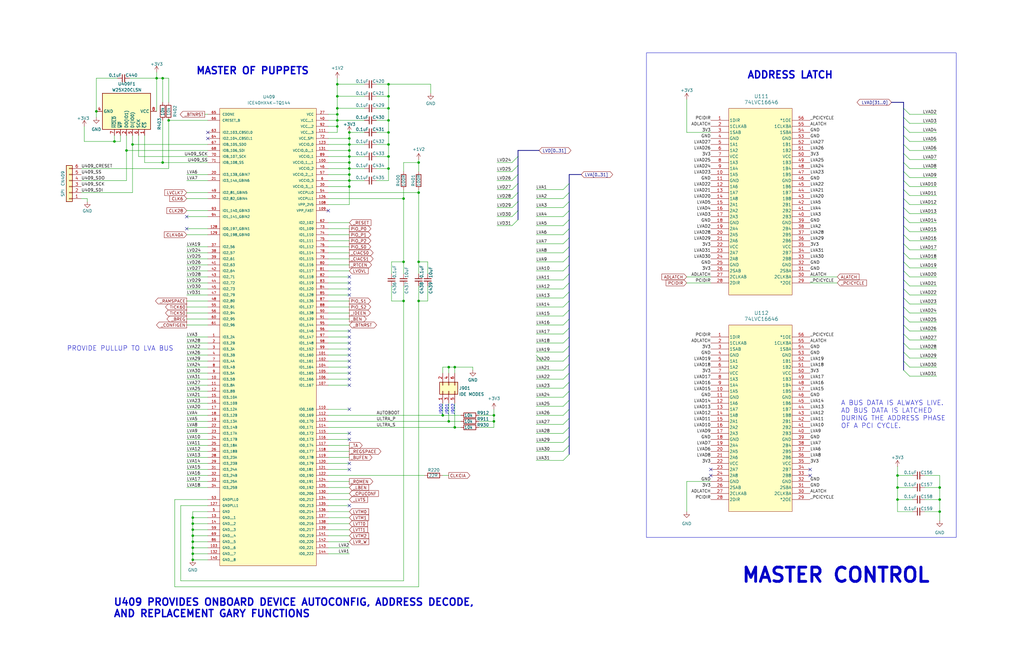
<source format=kicad_sch>
(kicad_sch (version 20231120) (generator "eeschema") (generator_version "8.0")
  (paper "B")
  (title_block (title "AMIGA PCI") (date "2024-07-03") (rev "4.0"))
  (junction (at 147.32 76.2))
  (junction (at 191.77 180.34))
  (junction (at 176.53 81.28))
  (junction (at 378.46 200.66))
  (junction (at 81.28 223.52))
  (junction (at 189.23 154.94))
  (junction (at 147.32 58.42))
  (junction (at 396.24 210.82))
  (junction (at 378.46 210.82))
  (junction (at 147.32 78.74))
  (junction (at 396.24 215.9))
  (junction (at 163.83 60.96))
  (junction (at 163.83 50.8))
  (junction (at 163.83 40.64))
  (junction (at 142.24 48.26))
  (junction (at 142.24 53.34))
  (junction (at 40.64 46.99))
  (junction (at 48.26 59.69))
  (junction (at 81.28 218.44))
  (junction (at 66.04 33.02))
  (junction (at 81.28 220.98))
  (junction (at 147.32 63.5))
  (junction (at 170.18 83.82))
  (junction (at 142.24 35.56))
  (junction (at 81.28 233.68))
  (junction (at 163.83 45.72))
  (junction (at 147.32 68.58))
  (junction (at 396.24 205.74))
  (junction (at 176.53 127))
  (junction (at 163.83 35.56))
  (junction (at 55.88 60.96))
  (junction (at 142.24 40.64))
  (junction (at 208.28 175.26))
  (junction (at 81.28 236.22))
  (junction (at 191.77 154.94))
  (junction (at 81.28 231.14))
  (junction (at 68.58 68.58))
  (junction (at 163.83 71.12))
  (junction (at 163.83 66.04))
  (junction (at 189.23 177.8))
  (junction (at 147.32 55.88))
  (junction (at 142.24 45.72))
  (junction (at 176.53 68.58))
  (junction (at 208.28 177.8))
  (junction (at 163.83 55.88))
  (junction (at 71.12 50.8))
  (junction (at 147.32 60.96))
  (junction (at 81.28 226.06))
  (junction (at 170.18 127))
  (junction (at 378.46 205.74))
  (junction (at 81.28 228.6))
  (junction (at 147.32 73.66))
  (junction (at 170.18 110.49))
  (junction (at 176.53 110.49))
  (junction (at 147.32 71.12))
  (junction (at 186.69 175.26))
  (junction (at 142.24 50.8))
  (junction (at 147.32 66.04))
  (junction (at 68.58 33.02))
  (junction (at 53.34 63.5))
  (no_connect (at 299.72 198.12))
  (no_connect (at 147.32 144.78))
  (no_connect (at 147.32 185.42))
  (no_connect (at 147.32 152.4))
  (no_connect (at 147.32 198.12))
  (no_connect (at 341.63 198.12))
  (no_connect (at 147.32 162.56))
  (no_connect (at 147.32 172.72))
  (no_connect (at 341.63 200.66))
  (no_connect (at 87.63 55.88))
  (no_connect (at 147.32 182.88))
  (no_connect (at 147.32 142.24))
  (no_connect (at 147.32 160.02))
  (no_connect (at 147.32 116.84))
  (no_connect (at 147.32 147.32))
  (no_connect (at 147.32 149.86))
  (no_connect (at 78.74 91.44))
  (no_connect (at 147.32 124.46))
  (no_connect (at 147.32 157.48))
  (no_connect (at 147.32 119.38))
  (no_connect (at 299.72 200.66))
  (no_connect (at 147.32 195.58))
  (no_connect (at 138.43 88.9))
  (no_connect (at 147.32 154.94))
  (no_connect (at 147.32 213.36))
  (no_connect (at 87.63 58.42))
  (no_connect (at 147.32 139.7))
  (no_connect (at 78.74 96.52))
  (no_connect (at 147.32 121.92))
  (bus_entry (at 383.57 93.98) (size -2.54 -2.54))
  (bus_entry (at 383.57 63.5) (size -2.54 -2.54))
  (bus_entry (at 237.49 163.83) (size 2.54 -2.54))
  (bus_entry (at 215.9 95.25) (size 2.54 -2.54))
  (bus_entry (at 237.49 80.01) (size 2.54 -2.54))
  (bus_entry (at 237.49 160.02) (size 2.54 -2.54))
  (bus_entry (at 383.57 82.55) (size -2.54 -2.54))
  (bus_entry (at 383.57 101.6) (size -2.54 -2.54))
  (bus_entry (at 215.9 83.82) (size 2.54 -2.54))
  (bus_entry (at 237.49 194.31) (size 2.54 -2.54))
  (bus_entry (at 215.9 87.63) (size 2.54 -2.54))
  (bus_entry (at 383.57 151.13) (size -2.54 -2.54))
  (bus_entry (at 237.49 133.35) (size 2.54 -2.54))
  (bus_entry (at 237.49 137.16) (size 2.54 -2.54))
  (bus_entry (at 237.49 99.06) (size 2.54 -2.54))
  (bus_entry (at 383.57 158.75) (size -2.54 -2.54))
  (bus_entry (at 383.57 78.74) (size -2.54 -2.54))
  (bus_entry (at 383.57 97.79) (size -2.54 -2.54))
  (bus_entry (at 237.49 182.88) (size 2.54 -2.54))
  (bus_entry (at 237.49 83.82) (size 2.54 -2.54))
  (bus_entry (at 237.49 95.25) (size 2.54 -2.54))
  (bus_entry (at 383.57 135.89) (size -2.54 -2.54))
  (bus_entry (at 383.57 55.88) (size -2.54 -2.54))
  (bus_entry (at 237.49 129.54) (size 2.54 -2.54))
  (bus_entry (at 237.49 148.59) (size 2.54 -2.54))
  (bus_entry (at 237.49 175.26) (size 2.54 -2.54))
  (bus_entry (at 383.57 139.7) (size -2.54 -2.54))
  (bus_entry (at 383.57 124.46) (size -2.54 -2.54))
  (bus_entry (at 237.49 87.63) (size 2.54 -2.54))
  (bus_entry (at 383.57 120.65) (size -2.54 -2.54))
  (bus_entry (at 237.49 118.11) (size 2.54 -2.54))
  (bus_entry (at 383.57 59.69) (size -2.54 -2.54))
  (bus_entry (at 383.57 71.12) (size -2.54 -2.54))
  (bus_entry (at 383.57 143.51) (size -2.54 -2.54))
  (bus_entry (at 215.9 68.58) (size 2.54 -2.54))
  (bus_entry (at 226.06 149.86) (size 2.54 2.54))
  (bus_entry (at 383.57 86.36) (size -2.54 -2.54))
  (bus_entry (at 237.49 121.92) (size 2.54 -2.54))
  (bus_entry (at 237.49 144.78) (size 2.54 -2.54))
  (bus_entry (at 383.57 154.94) (size -2.54 -2.54))
  (bus_entry (at 383.57 147.32) (size -2.54 -2.54))
  (bus_entry (at 237.49 190.5) (size 2.54 -2.54))
  (bus_entry (at 383.57 116.84) (size -2.54 -2.54))
  (bus_entry (at 215.9 91.44) (size 2.54 -2.54))
  (bus_entry (at 237.49 114.3) (size 2.54 -2.54))
  (bus_entry (at 215.9 76.2) (size 2.54 -2.54))
  (bus_entry (at 237.49 186.69) (size 2.54 -2.54))
  (bus_entry (at 383.57 52.07) (size -2.54 -2.54))
  (bus_entry (at 237.49 167.64) (size 2.54 -2.54))
  (bus_entry (at 237.49 110.49) (size 2.54 -2.54))
  (bus_entry (at 237.49 125.73) (size 2.54 -2.54))
  (bus_entry (at 237.49 102.87) (size 2.54 -2.54))
  (bus_entry (at 237.49 179.07) (size 2.54 -2.54))
  (bus_entry (at 383.57 128.27) (size -2.54 -2.54))
  (bus_entry (at 237.49 156.21) (size 2.54 -2.54))
  (bus_entry (at 237.49 140.97) (size 2.54 -2.54))
  (bus_entry (at 383.57 105.41) (size -2.54 -2.54))
  (bus_entry (at 237.49 171.45) (size 2.54 -2.54))
  (bus_entry (at 383.57 132.08) (size -2.54 -2.54))
  (bus_entry (at 237.49 106.68) (size 2.54 -2.54))
  (bus_entry (at 383.57 109.22) (size -2.54 -2.54))
  (bus_entry (at 383.57 67.31) (size -2.54 -2.54))
  (bus_entry (at 237.49 152.4) (size 2.54 -2.54))
  (bus_entry (at 383.57 113.03) (size -2.54 -2.54))
  (bus_entry (at 237.49 91.44) (size 2.54 -2.54))
  (bus_entry (at 383.57 74.93) (size -2.54 -2.54))
  (bus_entry (at 215.9 72.39) (size 2.54 -2.54))
  (bus_entry (at 383.57 48.26) (size -2.54 -2.54))
  (bus_entry (at 383.57 90.17) (size -2.54 -2.54))
  (bus_entry (at 215.9 80.01) (size 2.54 -2.54))
  (wire (pts (xy 147.32 144.78) (xy 138.43 144.78)))
  (bus (pts (xy 381.03 152.4) (xy 381.03 156.21)))
  (bus (pts (xy 240.03 107.95) (xy 240.03 111.76)))
  (wire (pts (xy 395 139.7) (xy 383.57 139.7)))
  (wire (pts (xy 299.72 55.88) (xy 289.56 55.88)))
  (bus (pts (xy 381.03 43.18) (xy 375.92 43.18)))
  (wire (pts (xy 58.42 66.04) (xy 58.42 57.15)))
  (wire (pts (xy 87.63 195.58) (xy 78.74 195.58)))
  (wire (pts (xy 78.74 200.66) (xy 87.63 200.66)))
  (wire (pts (xy 147.32 205.74) (xy 138.43 205.74)))
  (wire (pts (xy 209.55 95.25) (xy 215.9 95.25)))
  (wire (pts (xy 353.06 119.38) (xy 341.63 119.38)))
  (wire (pts (xy 395 128.27) (xy 383.57 128.27)))
  (wire (pts (xy 138.43 99.06) (xy 147.32 99.06)))
  (wire (pts (xy 289.56 203.2) (xy 289.56 215.9)))
  (bus (pts (xy 381.03 148.59) (xy 381.03 152.4)))
  (wire (pts (xy 189.23 157.48) (xy 189.23 154.94)))
  (wire (pts (xy 395 135.89) (xy 383.57 135.89)))
  (wire (pts (xy 147.32 195.58) (xy 138.43 195.58)))
  (wire (pts (xy 289.56 203.2) (xy 299.72 203.2)))
  (wire (pts (xy 71.12 43.18) (xy 71.12 33.02)))
  (wire (pts (xy 395 86.36) (xy 383.57 86.36)))
  (wire (pts (xy 138.43 71.12) (xy 147.32 71.12)))
  (wire (pts (xy 73.66 247.65) (xy 176.53 247.65)))
  (wire (pts (xy 87.63 83.82) (xy 78.74 83.82)))
  (wire (pts (xy 226.06 140.97) (xy 237.49 140.97)))
  (wire (pts (xy 34.29 83.82) (xy 36.83 83.82)))
  (wire (pts (xy 87.63 203.2) (xy 78.74 203.2)))
  (wire (pts (xy 138.43 73.66) (xy 147.32 73.66)))
  (wire (pts (xy 78.74 116.84) (xy 87.63 116.84)))
  (wire (pts (xy 78.74 111.76) (xy 87.63 111.76)))
  (wire (pts (xy 35.56 53.34) (xy 35.56 59.69)))
  (bus (pts (xy 240.03 96.52) (xy 240.03 100.33)))
  (bus (pts (xy 381.03 57.15) (xy 381.03 60.96)))
  (bus (pts (xy 381.03 118.11) (xy 381.03 121.92)))
  (wire (pts (xy 226.06 190.5) (xy 237.49 190.5)))
  (wire (pts (xy 186.69 157.48) (xy 186.69 154.94)))
  (bus (pts (xy 240.03 165.1) (xy 240.03 168.91)))
  (wire (pts (xy 87.63 88.9) (xy 78.74 88.9)))
  (wire (pts (xy 138.43 83.82) (xy 170.18 83.82)))
  (wire (pts (xy 78.74 109.22) (xy 87.63 109.22)))
  (wire (pts (xy 226.06 110.49) (xy 237.49 110.49)))
  (wire (pts (xy 147.32 182.88) (xy 138.43 182.88)))
  (bus (pts (xy 240.03 168.91) (xy 240.03 172.72)))
  (wire (pts (xy 142.24 45.72) (xy 142.24 48.26)))
  (wire (pts (xy 176.53 127) (xy 180.34 127)))
  (wire (pts (xy 73.66 210.82) (xy 87.63 210.82)))
  (wire (pts (xy 138.43 157.48) (xy 147.32 157.48)))
  (wire (pts (xy 226.06 175.26) (xy 237.49 175.26)))
  (wire (pts (xy 378.46 205.74) (xy 384.81 205.74)))
  (wire (pts (xy 81.28 218.44) (xy 81.28 220.98)))
  (wire (pts (xy 395 48.26) (xy 383.57 48.26)))
  (wire (pts (xy 87.63 177.8) (xy 78.74 177.8)))
  (wire (pts (xy 147.32 76.2) (xy 147.32 78.74)))
  (wire (pts (xy 138.43 152.4) (xy 147.32 152.4)))
  (wire (pts (xy 209.55 68.58) (xy 215.9 68.58)))
  (wire (pts (xy 48.26 59.69) (xy 50.8 59.69)))
  (wire (pts (xy 87.63 48.26) (xy 86.36 48.26)))
  (wire (pts (xy 395 120.65) (xy 383.57 120.65)))
  (wire (pts (xy 389.89 200.66) (xy 396.24 200.66)))
  (wire (pts (xy 81.28 218.44) (xy 87.63 218.44)))
  (wire (pts (xy 66.04 33.02) (xy 54.61 33.02)))
  (wire (pts (xy 68.58 33.02) (xy 66.04 33.02)))
  (wire (pts (xy 147.32 76.2) (xy 153.67 76.2)))
  (bus (pts (xy 381.03 125.73) (xy 381.03 129.54)))
  (wire (pts (xy 226.06 114.3) (xy 237.49 114.3)))
  (wire (pts (xy 395 105.41) (xy 383.57 105.41)))
  (wire (pts (xy 163.83 40.64) (xy 163.83 35.56)))
  (wire (pts (xy 158.75 60.96) (xy 163.83 60.96)))
  (bus (pts (xy 218.44 69.85) (xy 218.44 73.66)))
  (wire (pts (xy 289.56 41.91) (xy 289.56 55.88)))
  (wire (pts (xy 226.06 171.45) (xy 237.49 171.45)))
  (wire (pts (xy 226.06 83.82) (xy 237.49 83.82)))
  (wire (pts (xy 181.61 35.56) (xy 163.83 35.56)))
  (wire (pts (xy 87.63 167.64) (xy 78.74 167.64)))
  (wire (pts (xy 147.32 68.58) (xy 147.32 71.12)))
  (wire (pts (xy 209.55 91.44) (xy 215.9 91.44)))
  (wire (pts (xy 226.06 179.07) (xy 237.49 179.07)))
  (wire (pts (xy 81.28 215.9) (xy 81.28 218.44)))
  (wire (pts (xy 138.43 175.26) (xy 186.69 175.26)))
  (wire (pts (xy 87.63 76.2) (xy 78.74 76.2)))
  (wire (pts (xy 78.74 106.68) (xy 87.63 106.68)))
  (wire (pts (xy 138.43 223.52) (xy 147.32 223.52)))
  (wire (pts (xy 87.63 165.1) (xy 78.74 165.1)))
  (wire (pts (xy 147.32 55.88) (xy 153.67 55.88)))
  (wire (pts (xy 81.28 231.14) (xy 81.28 233.68)))
  (bus (pts (xy 381.03 76.2) (xy 381.03 80.01)))
  (bus (pts (xy 381.03 91.44) (xy 381.03 95.25)))
  (wire (pts (xy 191.77 170.18) (xy 191.77 180.34)))
  (wire (pts (xy 60.96 68.58) (xy 68.58 68.58)))
  (wire (pts (xy 71.12 71.12) (xy 71.12 50.8)))
  (wire (pts (xy 226.06 156.21) (xy 237.49 156.21)))
  (wire (pts (xy 163.83 45.72) (xy 163.83 40.64)))
  (wire (pts (xy 138.43 220.98) (xy 147.32 220.98)))
  (wire (pts (xy 165.1 120.65) (xy 165.1 127)))
  (wire (pts (xy 163.83 50.8) (xy 163.83 45.72)))
  (wire (pts (xy 189.23 154.94) (xy 191.77 154.94)))
  (bus (pts (xy 240.03 172.72) (xy 240.03 176.53)))
  (wire (pts (xy 138.43 160.02) (xy 147.32 160.02)))
  (bus (pts (xy 218.44 81.28) (xy 218.44 85.09)))
  (wire (pts (xy 138.43 154.94) (xy 147.32 154.94)))
  (bus (pts (xy 381.03 68.58) (xy 381.03 72.39)))
  (wire (pts (xy 226.06 148.59) (xy 237.49 148.59)))
  (wire (pts (xy 395 154.94) (xy 383.57 154.94)))
  (wire (pts (xy 138.43 66.04) (xy 147.32 66.04)))
  (wire (pts (xy 138.43 60.96) (xy 147.32 60.96)))
  (wire (pts (xy 226.06 91.44) (xy 237.49 91.44)))
  (bus (pts (xy 381.03 144.78) (xy 381.03 148.59)))
  (wire (pts (xy 87.63 193.04) (xy 78.74 193.04)))
  (wire (pts (xy 170.18 245.11) (xy 76.2 245.11)))
  (wire (pts (xy 226.06 167.64) (xy 237.49 167.64)))
  (wire (pts (xy 55.88 57.15) (xy 55.88 60.96)))
  (wire (pts (xy 138.43 124.46) (xy 147.32 124.46)))
  (wire (pts (xy 76.2 245.11) (xy 76.2 213.36)))
  (wire (pts (xy 147.32 63.5) (xy 147.32 66.04)))
  (wire (pts (xy 142.24 45.72) (xy 153.67 45.72)))
  (wire (pts (xy 165.1 127) (xy 170.18 127)))
  (wire (pts (xy 138.43 78.74) (xy 147.32 78.74)))
  (wire (pts (xy 138.43 177.8) (xy 189.23 177.8)))
  (wire (pts (xy 147.32 147.32) (xy 138.43 147.32)))
  (wire (pts (xy 170.18 120.65) (xy 170.18 127)))
  (bus (pts (xy 381.03 72.39) (xy 381.03 76.2)))
  (wire (pts (xy 147.32 86.36) (xy 138.43 86.36)))
  (wire (pts (xy 395 124.46) (xy 383.57 124.46)))
  (wire (pts (xy 189.23 177.8) (xy 194.31 177.8)))
  (wire (pts (xy 48.26 57.15) (xy 48.26 59.69)))
  (wire (pts (xy 378.46 200.66) (xy 384.81 200.66)))
  (wire (pts (xy 396.24 200.66) (xy 396.24 205.74)))
  (wire (pts (xy 179.07 200.66) (xy 138.43 200.66)))
  (wire (pts (xy 71.12 33.02) (xy 68.58 33.02)))
  (wire (pts (xy 81.28 223.52) (xy 87.63 223.52)))
  (wire (pts (xy 395 97.79) (xy 383.57 97.79)))
  (wire (pts (xy 36.83 83.82) (xy 36.83 85.09)))
  (wire (pts (xy 87.63 127) (xy 78.74 127)))
  (bus (pts (xy 381.03 106.68) (xy 381.03 110.49)))
  (wire (pts (xy 81.28 236.22) (xy 87.63 236.22)))
  (wire (pts (xy 66.04 46.99) (xy 66.04 33.02)))
  (wire (pts (xy 396.24 205.74) (xy 396.24 210.82)))
  (wire (pts (xy 40.64 33.02) (xy 49.53 33.02)))
  (wire (pts (xy 378.46 210.82) (xy 384.81 210.82)))
  (wire (pts (xy 208.28 172.72) (xy 208.28 175.26)))
  (wire (pts (xy 138.43 215.9) (xy 147.32 215.9)))
  (wire (pts (xy 87.63 81.28) (xy 78.74 81.28)))
  (wire (pts (xy 138.43 93.98) (xy 147.32 93.98)))
  (bus (pts (xy 240.03 119.38) (xy 240.03 123.19)))
  (bus (pts (xy 240.03 73.66) (xy 245.11 73.66)))
  (wire (pts (xy 226.06 194.31) (xy 237.49 194.31)))
  (wire (pts (xy 87.63 175.26) (xy 78.74 175.26)))
  (wire (pts (xy 147.32 208.28) (xy 138.43 208.28)))
  (wire (pts (xy 53.34 76.2) (xy 34.29 76.2)))
  (bus (pts (xy 240.03 149.86) (xy 240.03 153.67)))
  (wire (pts (xy 289.56 119.38) (xy 299.72 119.38)))
  (wire (pts (xy 138.43 185.42) (xy 147.32 185.42)))
  (wire (pts (xy 158.75 71.12) (xy 163.83 71.12)))
  (wire (pts (xy 87.63 137.16) (xy 78.74 137.16)))
  (wire (pts (xy 395 113.03) (xy 383.57 113.03)))
  (wire (pts (xy 78.74 160.02) (xy 87.63 160.02)))
  (wire (pts (xy 78.74 149.86) (xy 87.63 149.86)))
  (wire (pts (xy 170.18 68.58) (xy 176.53 68.58)))
  (wire (pts (xy 81.28 220.98) (xy 81.28 223.52)))
  (wire (pts (xy 147.32 187.96) (xy 138.43 187.96)))
  (wire (pts (xy 138.43 137.16) (xy 147.32 137.16)))
  (wire (pts (xy 138.43 101.6) (xy 147.32 101.6)))
  (wire (pts (xy 138.43 218.44) (xy 147.32 218.44)))
  (bus (pts (xy 381.03 87.63) (xy 381.03 91.44)))
  (wire (pts (xy 395 101.6) (xy 383.57 101.6)))
  (wire (pts (xy 81.28 233.68) (xy 81.28 236.22)))
  (bus (pts (xy 381.03 114.3) (xy 381.03 118.11)))
  (wire (pts (xy 147.32 60.96) (xy 153.67 60.96)))
  (wire (pts (xy 142.24 40.64) (xy 142.24 45.72)))
  (wire (pts (xy 226.06 87.63) (xy 237.49 87.63)))
  (wire (pts (xy 208.28 177.8) (xy 208.28 175.26)))
  (bus (pts (xy 381.03 80.01) (xy 381.03 83.82)))
  (wire (pts (xy 87.63 172.72) (xy 78.74 172.72)))
  (wire (pts (xy 201.93 177.8) (xy 208.28 177.8)))
  (wire (pts (xy 226.06 121.92) (xy 237.49 121.92)))
  (bus (pts (xy 240.03 176.53) (xy 240.03 180.34)))
  (wire (pts (xy 158.75 55.88) (xy 163.83 55.88)))
  (wire (pts (xy 138.43 228.6) (xy 147.32 228.6)))
  (wire (pts (xy 170.18 127) (xy 170.18 245.11)))
  (wire (pts (xy 55.88 81.28) (xy 55.88 60.96)))
  (wire (pts (xy 138.43 104.14) (xy 147.32 104.14)))
  (wire (pts (xy 176.53 247.65) (xy 176.53 127)))
  (wire (pts (xy 138.43 226.06) (xy 147.32 226.06)))
  (wire (pts (xy 87.63 124.46) (xy 78.74 124.46)))
  (wire (pts (xy 147.32 66.04) (xy 153.67 66.04)))
  (wire (pts (xy 147.32 193.04) (xy 138.43 193.04)))
  (wire (pts (xy 395 78.74) (xy 383.57 78.74)))
  (wire (pts (xy 147.32 73.66) (xy 147.32 76.2)))
  (bus (pts (xy 381.03 45.72) (xy 381.03 49.53)))
  (wire (pts (xy 226.06 95.25) (xy 237.49 95.25)))
  (wire (pts (xy 78.74 152.4) (xy 87.63 152.4)))
  (wire (pts (xy 138.43 106.68) (xy 147.32 106.68)))
  (wire (pts (xy 87.63 96.52) (xy 78.74 96.52)))
  (wire (pts (xy 138.43 114.3) (xy 147.32 114.3)))
  (wire (pts (xy 73.66 210.82) (xy 73.66 247.65)))
  (wire (pts (xy 78.74 187.96) (xy 87.63 187.96)))
  (wire (pts (xy 378.46 205.74) (xy 378.46 210.82)))
  (wire (pts (xy 68.58 50.8) (xy 68.58 68.58)))
  (wire (pts (xy 138.43 53.34) (xy 142.24 53.34)))
  (wire (pts (xy 395 158.75) (xy 383.57 158.75)))
  (bus (pts (xy 240.03 111.76) (xy 240.03 115.57)))
  (wire (pts (xy 78.74 114.3) (xy 87.63 114.3)))
  (bus (pts (xy 381.03 53.34) (xy 381.03 57.15)))
  (wire (pts (xy 40.64 49.53) (xy 40.64 46.99)))
  (wire (pts (xy 191.77 154.94) (xy 191.77 157.48)))
  (bus (pts (xy 240.03 88.9) (xy 240.03 92.71)))
  (wire (pts (xy 226.06 182.88) (xy 237.49 182.88)))
  (bus (pts (xy 218.44 85.09) (xy 218.44 88.9)))
  (wire (pts (xy 396.24 215.9) (xy 396.24 219.71)))
  (wire (pts (xy 142.24 50.8) (xy 142.24 53.34)))
  (wire (pts (xy 138.43 48.26) (xy 142.24 48.26)))
  (wire (pts (xy 226.06 144.78) (xy 237.49 144.78)))
  (bus (pts (xy 240.03 146.05) (xy 240.03 149.86)))
  (bus (pts (xy 240.03 104.14) (xy 240.03 107.95)))
  (wire (pts (xy 226.06 133.35) (xy 237.49 133.35)))
  (wire (pts (xy 87.63 190.5) (xy 78.74 190.5)))
  (wire (pts (xy 81.28 220.98) (xy 87.63 220.98)))
  (wire (pts (xy 395 151.13) (xy 383.57 151.13)))
  (bus (pts (xy 240.03 100.33) (xy 240.03 104.14)))
  (wire (pts (xy 87.63 91.44) (xy 78.74 91.44)))
  (bus (pts (xy 381.03 137.16) (xy 381.03 140.97)))
  (bus (pts (xy 381.03 110.49) (xy 381.03 114.3)))
  (wire (pts (xy 191.77 154.94) (xy 199.39 154.94)))
  (bus (pts (xy 240.03 130.81) (xy 240.03 134.62)))
  (wire (pts (xy 199.39 154.94) (xy 199.39 156.21)))
  (wire (pts (xy 384.81 215.9) (xy 378.46 215.9)))
  (wire (pts (xy 226.06 99.06) (xy 237.49 99.06)))
  (wire (pts (xy 163.83 35.56) (xy 158.75 35.56)))
  (wire (pts (xy 395 147.32) (xy 383.57 147.32)))
  (wire (pts (xy 87.63 73.66) (xy 78.74 73.66)))
  (wire (pts (xy 226.06 118.11) (xy 237.49 118.11)))
  (wire (pts (xy 226.06 102.87) (xy 237.49 102.87)))
  (wire (pts (xy 142.24 35.56) (xy 153.67 35.56)))
  (wire (pts (xy 396.24 210.82) (xy 396.24 215.9)))
  (bus (pts (xy 381.03 129.54) (xy 381.03 133.35)))
  (wire (pts (xy 138.43 180.34) (xy 191.77 180.34)))
  (wire (pts (xy 34.29 81.28) (xy 55.88 81.28)))
  (bus (pts (xy 218.44 73.66) (xy 218.44 77.47)))
  (wire (pts (xy 378.46 200.66) (xy 378.46 205.74)))
  (wire (pts (xy 147.32 190.5) (xy 138.43 190.5)))
  (wire (pts (xy 87.63 185.42) (xy 78.74 185.42)))
  (wire (pts (xy 138.43 127) (xy 147.32 127)))
  (wire (pts (xy 138.43 68.58) (xy 147.32 68.58)))
  (wire (pts (xy 147.32 55.88) (xy 147.32 58.42)))
  (wire (pts (xy 71.12 50.8) (xy 87.63 50.8)))
  (bus (pts (xy 240.03 157.48) (xy 240.03 161.29)))
  (wire (pts (xy 163.83 55.88) (xy 163.83 60.96)))
  (wire (pts (xy 176.53 81.28) (xy 176.53 110.49)))
  (bus (pts (xy 240.03 184.15) (xy 240.03 187.96)))
  (bus (pts (xy 240.03 161.29) (xy 240.03 165.1)))
  (wire (pts (xy 395 55.88) (xy 383.57 55.88)))
  (wire (pts (xy 147.32 78.74) (xy 147.32 86.36)))
  (wire (pts (xy 142.24 35.56) (xy 142.24 40.64)))
  (wire (pts (xy 226.06 160.02) (xy 237.49 160.02)))
  (wire (pts (xy 138.43 213.36) (xy 147.32 213.36)))
  (wire (pts (xy 81.28 223.52) (xy 81.28 226.06)))
  (wire (pts (xy 147.32 142.24) (xy 138.43 142.24)))
  (wire (pts (xy 87.63 147.32) (xy 78.74 147.32)))
  (wire (pts (xy 226.06 186.69) (xy 237.49 186.69)))
  (wire (pts (xy 176.53 110.49) (xy 180.34 110.49)))
  (bus (pts (xy 240.03 134.62) (xy 240.03 138.43)))
  (wire (pts (xy 81.28 226.06) (xy 87.63 226.06)))
  (wire (pts (xy 138.43 172.72) (xy 147.32 172.72)))
  (wire (pts (xy 395 74.93) (xy 383.57 74.93)))
  (wire (pts (xy 170.18 115.57) (xy 170.18 110.49)))
  (bus (pts (xy 218.44 63.5) (xy 227.33 63.5)))
  (wire (pts (xy 170.18 80.01) (xy 170.18 83.82)))
  (wire (pts (xy 78.74 121.92) (xy 87.63 121.92)))
  (wire (pts (xy 138.43 76.2) (xy 147.32 76.2)))
  (wire (pts (xy 186.69 170.18) (xy 186.69 175.26)))
  (bus (pts (xy 381.03 99.06) (xy 381.03 102.87)))
  (bus (pts (xy 240.03 77.47) (xy 240.03 81.28)))
  (wire (pts (xy 201.93 175.26) (xy 208.28 175.26)))
  (wire (pts (xy 87.63 129.54) (xy 78.74 129.54)))
  (wire (pts (xy 201.93 180.34) (xy 208.28 180.34)))
  (bus (pts (xy 240.03 123.19) (xy 240.03 127)))
  (wire (pts (xy 395 143.51) (xy 383.57 143.51)))
  (wire (pts (xy 138.43 111.76) (xy 147.32 111.76)))
  (wire (pts (xy 78.74 119.38) (xy 87.63 119.38)))
  (wire (pts (xy 81.28 228.6) (xy 87.63 228.6)))
  (wire (pts (xy 395 93.98) (xy 383.57 93.98)))
  (wire (pts (xy 226.06 106.68) (xy 237.49 106.68)))
  (bus (pts (xy 218.44 66.04) (xy 218.44 63.5)))
  (wire (pts (xy 209.55 83.82) (xy 215.9 83.82)))
  (wire (pts (xy 176.53 127) (xy 176.53 120.65)))
  (wire (pts (xy 226.06 129.54) (xy 237.49 129.54)))
  (wire (pts (xy 209.55 87.63) (xy 215.9 87.63)))
  (bus (pts (xy 240.03 138.43) (xy 240.03 142.24)))
  (wire (pts (xy 81.28 228.6) (xy 81.28 231.14)))
  (wire (pts (xy 87.63 154.94) (xy 78.74 154.94)))
  (wire (pts (xy 66.04 33.02) (xy 66.04 30.48)))
  (wire (pts (xy 78.74 180.34) (xy 87.63 180.34)))
  (bus (pts (xy 240.03 73.66) (xy 240.03 77.47)))
  (bus (pts (xy 381.03 83.82) (xy 381.03 87.63)))
  (wire (pts (xy 78.74 142.24) (xy 87.63 142.24)))
  (wire (pts (xy 50.8 57.15) (xy 50.8 59.69)))
  (wire (pts (xy 53.34 63.5) (xy 53.34 76.2)))
  (bus (pts (xy 381.03 133.35) (xy 381.03 137.16)))
  (wire (pts (xy 170.18 83.82) (xy 170.18 110.49)))
  (bus (pts (xy 240.03 81.28) (xy 240.03 85.09)))
  (bus (pts (xy 381.03 140.97) (xy 381.03 144.78)))
  (wire (pts (xy 147.32 233.68) (xy 138.43 233.68)))
  (bus (pts (xy 240.03 142.24) (xy 240.03 146.05)))
  (wire (pts (xy 142.24 53.34) (xy 142.24 55.88)))
  (wire (pts (xy 165.1 110.49) (xy 170.18 110.49)))
  (bus (pts (xy 240.03 153.67) (xy 240.03 157.48)))
  (wire (pts (xy 395 116.84) (xy 383.57 116.84)))
  (wire (pts (xy 209.55 80.01) (xy 215.9 80.01)))
  (wire (pts (xy 341.63 116.84) (xy 353.06 116.84)))
  (wire (pts (xy 170.18 72.39) (xy 170.18 68.58)))
  (wire (pts (xy 147.32 132.08) (xy 138.43 132.08)))
  (wire (pts (xy 138.43 121.92) (xy 147.32 121.92)))
  (bus (pts (xy 240.03 127) (xy 240.03 130.81)))
  (bus (pts (xy 381.03 95.25) (xy 381.03 99.06)))
  (wire (pts (xy 58.42 66.04) (xy 87.63 66.04)))
  (wire (pts (xy 186.69 175.26) (xy 194.31 175.26)))
  (wire (pts (xy 142.24 40.64) (xy 153.67 40.64)))
  (wire (pts (xy 147.32 139.7) (xy 138.43 139.7)))
  (bus (pts (xy 240.03 115.57) (xy 240.03 119.38)))
  (wire (pts (xy 163.83 55.88) (xy 163.83 50.8)))
  (wire (pts (xy 87.63 134.62) (xy 78.74 134.62)))
  (wire (pts (xy 142.24 33.02) (xy 142.24 35.56)))
  (bus (pts (xy 381.03 64.77) (xy 381.03 68.58)))
  (wire (pts (xy 53.34 57.15) (xy 53.34 63.5)))
  (wire (pts (xy 395 52.07) (xy 383.57 52.07)))
  (wire (pts (xy 76.2 213.36) (xy 87.63 213.36)))
  (bus (pts (xy 381.03 49.53) (xy 381.03 53.34)))
  (wire (pts (xy 138.43 129.54) (xy 147.32 129.54)))
  (wire (pts (xy 226.06 152.4) (xy 228.6 152.4)))
  (wire (pts (xy 87.63 132.08) (xy 78.74 132.08)))
  (wire (pts (xy 87.63 198.12) (xy 78.74 198.12)))
  (wire (pts (xy 158.75 76.2) (xy 163.83 76.2)))
  (wire (pts (xy 158.75 66.04) (xy 163.83 66.04)))
  (wire (pts (xy 226.06 80.01) (xy 237.49 80.01)))
  (wire (pts (xy 34.29 71.12) (xy 71.12 71.12)))
  (wire (pts (xy 189.23 170.18) (xy 189.23 177.8)))
  (wire (pts (xy 186.69 200.66) (xy 189.23 200.66)))
  (wire (pts (xy 395 90.17) (xy 383.57 90.17)))
  (wire (pts (xy 395 71.12) (xy 383.57 71.12)))
  (wire (pts (xy 138.43 55.88) (xy 142.24 55.88)))
  (bus (pts (xy 240.03 85.09) (xy 240.03 88.9)))
  (wire (pts (xy 35.56 59.69) (xy 48.26 59.69)))
  (wire (pts (xy 138.43 134.62) (xy 147.32 134.62)))
  (wire (pts (xy 138.43 119.38) (xy 147.32 119.38)))
  (wire (pts (xy 147.32 66.04) (xy 147.32 68.58)))
  (wire (pts (xy 78.74 157.48) (xy 87.63 157.48)))
  (wire (pts (xy 395 82.55) (xy 383.57 82.55)))
  (wire (pts (xy 226.06 125.73) (xy 237.49 125.73)))
  (wire (pts (xy 163.83 71.12) (xy 163.83 76.2)))
  (bus (pts (xy 381.03 60.96) (xy 381.03 64.77)))
  (wire (pts (xy 138.43 58.42) (xy 147.32 58.42)))
  (wire (pts (xy 180.34 110.49) (xy 180.34 115.57)))
  (wire (pts (xy 147.32 71.12) (xy 153.67 71.12)))
  (wire (pts (xy 81.28 215.9) (xy 87.63 215.9)))
  (bus (pts (xy 240.03 180.34) (xy 240.03 184.15)))
  (wire (pts (xy 209.55 72.39) (xy 215.9 72.39)))
  (wire (pts (xy 395 63.5) (xy 383.57 63.5)))
  (wire (pts (xy 147.32 58.42) (xy 147.32 60.96)))
  (wire (pts (xy 138.43 231.14) (xy 147.32 231.14)))
  (wire (pts (xy 378.46 196.85) (xy 378.46 200.66)))
  (wire (pts (xy 389.89 215.9) (xy 396.24 215.9)))
  (wire (pts (xy 163.83 60.96) (xy 163.83 66.04)))
  (wire (pts (xy 142.24 50.8) (xy 153.67 50.8)))
  (wire (pts (xy 389.89 210.82) (xy 396.24 210.82)))
  (wire (pts (xy 147.32 149.86) (xy 138.43 149.86)))
  (wire (pts (xy 147.32 198.12) (xy 138.43 198.12)))
  (wire (pts (xy 138.43 162.56) (xy 147.32 162.56)))
  (wire (pts (xy 147.32 60.96) (xy 147.32 63.5)))
  (wire (pts (xy 395 109.22) (xy 383.57 109.22)))
  (wire (pts (xy 208.28 180.34) (xy 208.28 177.8)))
  (wire (pts (xy 78.74 162.56) (xy 87.63 162.56)))
  (wire (pts (xy 228.6 152.4) (xy 237.49 152.4)))
  (bus (pts (xy 381.03 121.92) (xy 381.03 125.73)))
  (wire (pts (xy 209.55 76.2) (xy 215.9 76.2)))
  (wire (pts (xy 378.46 210.82) (xy 378.46 215.9)))
  (wire (pts (xy 142.24 48.26) (xy 142.24 50.8)))
  (wire (pts (xy 87.63 99.06) (xy 78.74 99.06)))
  (wire (pts (xy 176.53 115.57) (xy 176.53 110.49)))
  (wire (pts (xy 395 67.31) (xy 383.57 67.31)))
  (wire (pts (xy 165.1 115.57) (xy 165.1 110.49)))
  (wire (pts (xy 138.43 50.8) (xy 142.24 50.8)))
  (wire (pts (xy 81.28 231.14) (xy 87.63 231.14)))
  (wire (pts (xy 176.53 68.58) (xy 176.53 72.39)))
  (wire (pts (xy 53.34 63.5) (xy 87.63 63.5)))
  (wire (pts (xy 87.63 182.88) (xy 78.74 182.88)))
  (bus (pts (xy 381.03 43.18) (xy 381.03 45.72)))
  (wire (pts (xy 147.32 203.2) (xy 138.43 203.2)))
  (wire (pts (xy 180.34 127) (xy 180.34 120.65)))
  (wire (pts (xy 40.64 46.99) (xy 40.64 33.02)))
  (wire (pts (xy 181.61 35.56) (xy 181.61 39.37)))
  (wire (pts (xy 158.75 50.8) (xy 163.83 50.8)))
  (wire (pts (xy 138.43 109.22) (xy 147.32 109.22)))
  (wire (pts (xy 147.32 71.12) (xy 147.32 73.66)))
  (wire (pts (xy 138.43 63.5) (xy 147.32 63.5)))
  (wire (pts (xy 78.74 104.14) (xy 87.63 104.14)))
  (wire (pts (xy 176.53 80.01) (xy 176.53 81.28)))
  (wire (pts (xy 226.06 137.16) (xy 237.49 137.16)))
  (wire (pts (xy 138.43 210.82) (xy 147.32 210.82)))
  (wire (pts (xy 68.58 33.02) (xy 68.58 43.18)))
  (wire (pts (xy 176.53 67.31) (xy 176.53 68.58)))
  (wire (pts (xy 138.43 96.52) (xy 147.32 96.52)))
  (wire (pts (xy 81.28 233.68) (xy 87.63 233.68)))
  (wire (pts (xy 158.75 40.64) (xy 163.83 40.64)))
  (wire (pts (xy 186.69 154.94) (xy 189.23 154.94)))
  (bus (pts (xy 218.44 88.9) (xy 218.44 92.71)))
  (wire (pts (xy 163.83 66.04) (xy 163.83 71.12)))
  (wire (pts (xy 289.56 116.84) (xy 299.72 116.84)))
  (wire (pts (xy 78.74 205.74) (xy 87.63 205.74)))
  (wire (pts (xy 81.28 226.06) (xy 81.28 228.6)))
  (bus (pts (xy 218.44 66.04) (xy 218.44 69.85)))
  (bus (pts (xy 240.03 187.96) (xy 240.03 191.77)))
  (wire (pts (xy 138.43 81.28) (xy 176.53 81.28)))
  (bus (pts (xy 218.44 77.47) (xy 218.44 81.28)))
  (wire (pts (xy 60.96 68.58) (xy 60.96 57.15)))
  (bus (pts (xy 240.03 92.71) (xy 240.03 96.52)))
  (wire (pts (xy 138.43 116.84) (xy 147.32 116.84)))
  (wire (pts (xy 55.88 60.96) (xy 87.63 60.96)))
  (wire (pts (xy 395 132.08) (xy 383.57 132.08)))
  (wire (pts (xy 68.58 68.58) (xy 87.63 68.58)))
  (bus (pts (xy 381.03 102.87) (xy 381.03 106.68)))
  (wire (pts (xy 191.77 180.34) (xy 194.31 180.34)))
  (wire (pts (xy 87.63 170.18) (xy 78.74 170.18)))
  (wire (pts (xy 78.74 144.78) (xy 87.63 144.78)))
  (wire (pts (xy 395 59.69) (xy 383.57 59.69)))
  (wire (pts (xy 226.06 163.83) (xy 237.49 163.83)))
  (wire (pts (xy 389.89 205.74) (xy 396.24 205.74)))
  (wire (pts (xy 158.75 45.72) (xy 163.83 45.72)))
  (rectangle (start 272.6 22.3) (end 403.2 226.8))
  (text "MASTER OF PUPPETS" (at 82.55 31.75 0) (effects (font (size 3 3) (thickness 0.6) (bold yes)) (justify left bottom)))
  (text "MASTER CONTROL" (at 312.42 246.38 0) (effects (font (size 6 6) (thickness 1.2) (bold yes)) (justify left bottom)))
  (text "J902" (at 191.77 175.26 90) (effects (font (size 1.27 1.27)) (justify left bottom)))
  (text "J900" (at 186.69 175.26 90) (effects (font (size 1.27 1.27)) (justify left bottom)))
  (text "A BUS DATA IS ALWAYS LIVE.\nAD BUS DATA IS LATCHED\nDURING THE ADDRESS PHASE \nOF A PCI CYCLE." (at 354.584 175.006 0) (effects (font (size 2 2)) (justify left)))
  (text "ADDRESS LATCH" (at 314.96 33.528 0) (effects (font (size 3 3) (thickness 0.6) (bold yes)) (justify left bottom)))
  (text "J901" (at 189.23 175.26 90) (effects (font (size 1.27 1.27)) (justify left bottom)))
  (text "U409 PROVIDES ONBOARD DEVICE AUTOCONFIG, ADDRESS DECODE,\nAND REPLACEMENT GARY FUNCTIONS" (at 47.752 260.858 0) (effects (font (size 3 3) (thickness 0.6) (bold yes)) (justify left bottom)))
  (text "PROVIDE PULLUP TO LVA BUS" (at 28.194 148.336 0) (effects (font (size 2 2)) (justify left bottom)))
  (label "ADLATCH" (at 299.72 116.84 180))
  (label "_PCICYCLE" (at 341.63 50.8 0))
  (label "LVA25" (at 341.63 68.58 0))
  (label "LVAD8" (at 395 71.12 180))
  (label "LVA30" (at 78.74 157.48 0))
  (label "LVA20" (at 341.63 83.82 0))
  (label "LVAD25" (at 299.72 68.58 180))
  (label "LVA3" (at 78.74 142.24 0))
  (label "LVA27" (at 78.74 162.56 0))
  (label "LVA14" (at 78.74 195.58 0))
  (label "ALATCH" (at 341.63 208.28 0))
  (label "3V3" (at 299.72 55.88 180))
  (label "LVAD11" (at 299.72 177.8 180))
  (label "3V3" (at 299.72 157.48 180))
  (label "LVD31" (at 78.74 124.46 0))
  (label "LVAD30" (at 299.72 109.22 180))
  (label "LVA22" (at 78.74 147.32 0))
  (label "LVD26" (at 78.74 111.76 0))
  (label "PCIDIR" (at 299.72 119.38 180))
  (label "LVA26" (at 78.74 149.86 0))
  (label "U409_SS" (at 34.29 73.66 0))
  (label "LVA19" (at 226.06 148.59 0))
  (label "LVA27" (at 341.63 60.96 0))
  (label "LVA16" (at 78.74 200.66 0))
  (label "LVA18" (at 226.06 144.78 0))
  (label "LVA14" (at 341.63 170.18 0))
  (label "LVA27" (at 226.06 179.07 0))
  (label "U409_SDO" (at 34.29 76.2 0))
  (label "LVA4" (at 78.74 175.26 0))
  (label "LVA14" (at 226.06 129.54 0))
  (label "LVA3" (at 226.06 87.63 0))
  (label "LVA22" (at 226.06 160.02 0))
  (label "LVD31" (at 209.55 95.25 0))
  (label "LVA29" (at 226.06 186.69 0))
  (label "LVAD27" (at 395 143.51 180))
  (label "LVA9" (at 226.06 110.49 0))
  (label "LVA24" (at 78.74 154.94 0))
  (label "LVA11" (at 226.06 118.11 0))
  (label "LVAD26" (at 395 139.7 180))
  (label "LVAD8" (at 299.72 193.04 180))
  (label "GND" (at 299.72 149.86 180))
  (label "PCIDIR" (at 299.72 50.8 180))
  (label "_PCICYCLE" (at 341.63 119.38 0))
  (label "GND" (at 341.63 114.3 0))
  (label "LVAD29" (at 299.72 101.6 180))
  (label "LVA10" (at 78.74 185.42 0))
  (label "LVA30" (at 226.06 190.5 0))
  (label "ALATCH" (at 341.63 116.84 0))
  (label "LVA7" (at 226.06 102.87 0))
  (label "LVA13" (at 78.74 193.04 0))
  (label "LVAD6" (at 299.72 190.5 180))
  (label "LVA23" (at 341.63 73.66 0))
  (label "LVD25" (at 209.55 72.39 0))
  (label "LVAD5" (at 395 59.69 180))
  (label "GND" (at 299.72 167.64 180))
  (label "ADLATCH" (at 299.72 53.34 180))
  (label "LVA23" (at 226.06 163.83 0))
  (label "LVAD23" (at 299.72 73.66 180))
  (label "LVA29" (at 341.63 101.6 0))
  (label "LVA25" (at 78.74 165.1 0))
  (label "LVD24" (at 78.74 106.68 0))
  (label "LVAD12" (at 395 86.36 180))
  (label "LVAD4" (at 299.72 88.9 180))
  (label "LVA15" (at 226.06 133.35 0))
  (label "AUTOBOOT" (at 158.75 175.26 0))
  (label "LVAD19" (at 395 113.03 180))
  (label "LVA20" (at 226.06 152.4 0))
  (label "LVAD20" (at 299.72 83.82 180))
  (label "LVA8" (at 226.06 106.68 0))
  (label "LVA21" (at 226.06 156.21 0))
  (label "LVA24" (at 226.06 167.64 0))
  (label "LVA12" (at 226.06 121.92 0))
  (label "GND" (at 341.63 93.98 0))
  (label "LVA1" (at 147.32 233.68 180))
  (label "LVA12" (at 341.63 175.26 0))
  (label "LVA5" (at 78.74 177.8 0))
  (label "_PCICYCLE" (at 341.63 142.24 0))
  (label "LVAD14" (at 299.72 170.18 180))
  (label "LVA13" (at 341.63 172.72 0))
  (label "3V3" (at 341.63 66.04 0))
  (label "LVA9" (at 78.74 182.88 0))
  (label "LVAD27" (at 299.72 60.96 180))
  (label "GND" (at 299.72 203.2 180))
  (label "LVAD16" (at 299.72 162.56 180))
  (label "LVAD2" (at 395 48.26 180))
  (label "LVA21" (at 78.74 167.64 0))
  (label "U409_SCK" (at 87.63 66.04 180))
  (label "LVA4" (at 226.06 91.44 0))
  (label "LVA28" (at 341.63 99.06 0))
  (label "LVA2" (at 341.63 96.52 0))
  (label "LVAD29" (at 395 151.13 180))
  (label "LVAD3" (at 395 52.07 180))
  (label "LVAD7" (at 299.72 187.96 180))
  (label "LVD26" (at 209.55 76.2 0))
  (label "LVAD25" (at 395 135.89 180))
  (label "LVA19" (at 78.74 104.14 0))
  (label "LVAD28" (at 299.72 99.06 180))
  (label "LVA6" (at 78.74 73.66 0))
  (label "LVA23" (at 78.74 170.18 0))
  (label "GND" (at 341.63 55.88 0))
  (label "LVA5" (at 341.63 86.36 0))
  (label "LVA10" (at 226.06 114.3 0))
  (label "U409_SCK" (at 34.29 78.74 0))
  (label "LVAD15" (at 395 97.79 180))
  (label "LVAD13" (at 299.72 172.72 180))
  (label "LVA24" (at 341.63 71.12 0))
  (label "LVA5" (at 226.06 95.25 0))
  (label "LVA8" (at 78.74 180.34 0))
  (label "LVA28" (at 226.06 182.88 0))
  (label "ULTRA_P" (at 158.75 177.8 0))
  (label "LVAD9" (at 395 74.93 180))
  (label "LVA11" (at 341.63 177.8 0))
  (label "ADLATCH" (at 299.72 208.28 180))
  (label "3V3" (at 341.63 104.14 0))
  (label "GND" (at 341.63 205.74 0))
  (label "3V3" (at 299.72 66.04 180))
  (label "LVAD3" (at 299.72 91.44 180))
  (label "3V3" (at 299.72 205.74 180))
  (label "GND" (at 299.72 58.42 180))
  (label "GND" (at 299.72 76.2 180))
  (label "LVAD26" (at 299.72 63.5 180))
  (label "GND" (at 341.63 147.32 0))
  (label "GND" (at 341.63 167.64 0))
  (label "U409_CRESET" (at 34.29 71.12 0))
  (label "LVAD31" (at 299.72 106.68 180))
  (label "LVAD18" (at 395 109.22 180))
  (label "LVA31" (at 226.06 194.31 0))
  (label "LVAD21" (at 395 120.65 180))
  (label "GND" (at 299.72 93.98 180))
  (label "LVD28" (at 78.74 116.84 0))
  (label "LVA8" (at 341.63 193.04 0))
  (label "LVAD2" (at 299.72 96.52 180))
  (label "LVA7" (at 341.63 187.96 0))
  (label "LVA16" (at 226.06 137.16 0))
  (label "LVAD13" (at 395 90.17 180))
  (label "GND" (at 341.63 149.86 0))
  (label "U409_SS" (at 87.63 68.58 180))
  (label "ALATCH" (at 341.63 144.78 0))
  (label "GND" (at 341.63 203.2 0))
  (label "LVA26" (at 226.06 175.26 0))
  (label "LVAD24" (at 395 132.08 180))
  (label "LVA15" (at 78.74 198.12 0))
  (label "LVA6" (at 341.63 190.5 0))
  (label "LVAD24" (at 299.72 71.12 180))
  (label "LVAD18" (at 299.72 154.94 180))
  (label "LVA9" (at 341.63 182.88 0))
  (label "LVD28" (at 209.55 83.82 0))
  (label "3V3" (at 299.72 195.58 180))
  (label "LVAD17" (at 299.72 160.02 180))
  (label "_PCICYCLE" (at 341.63 210.82 0))
  (label "U409_SDI" (at 34.29 81.28 0))
  (label "LVA11" (at 78.74 187.96 0))
  (label "LVAD22" (at 395 124.46 180))
  (label "LVAD6" (at 395 63.5 180))
  (label "GND" (at 341.63 76.2 0))
  (label "LVD25" (at 78.74 109.22 0))
  (label "3V3" (at 341.63 195.58 0))
  (label "LVA26" (at 341.63 63.5 0))
  (label "LVAD15" (at 299.72 165.1 180))
  (label "LVAD12" (at 299.72 175.26 180))
  (label "LVAD21" (at 299.72 81.28 180))
  (label "LVA17" (at 341.63 160.02 0))
  (label "LVD30" (at 209.55 91.44 0))
  (label "3V3" (at 299.72 114.3 180))
  (label "LVA17" (at 226.06 140.97 0))
  (label "3V3" (at 341.63 157.48 0))
  (label "LVAD30" (at 395 154.94 180))
  (label "LVD30" (at 78.74 121.92 0))
  (label "LVA20" (at 78.74 172.72 0))
  (label "LVAD20" (at 395 116.84 180))
  (label "GND" (at 299.72 111.76 180))
  (label "LVAD17" (at 395 105.41 180))
  (label "LVA18" (at 78.74 205.74 0))
  (label "LVA15" (at 341.63 165.1 0))
  (label "LVA29" (at 78.74 152.4 0))
  (label "LVAD11" (at 395 82.55 180))
  (label "LVA2" (at 147.32 231.14 180))
  (label "PCIDIR" (at 299.72 210.82 180))
  (label "LVA18" (at 341.63 154.94 0))
  (label "3V3" (at 299.72 147.32 180))
  (label "PCIDIR" (at 299.72 142.24 180))
  (label "ULTRA_S" (at 158.75 180.34 0))
  (label "LVA31" (at 78.74 160.02 0))
  (label "LVA12" (at 78.74 190.5 0))
  (label "LVA28" (at 78.74 144.78 0))
  (label "LVAD22" (at 299.72 78.74 180))
  (label "LVA16" (at 341.63 162.56 0))
  (label "LVA21" (at 341.63 81.28 0))
  (label "LVA19" (at 341.63 152.4 0))
  (label "LVA30" (at 341.63 109.22 0))
  (label "LVA10" (at 341.63 180.34 0))
  (label "LVAD4" (at 395 55.88 180))
  (label "LVD27" (at 209.55 80.01 0))
  (label "LVAD28" (at 395 147.32 180))
  (label "GND" (at 341.63 111.76 0))
  (label "LVAD16" (at 395 101.6 180))
  (label "LVA2" (at 226.06 83.82 0))
  (label "LVAD14" (at 395 93.98 180))
  (label "LVD29" (at 78.74 119.38 0))
  (label "LVA25" (at 226.06 171.45 0))
  (label "GND" (at 341.63 185.42 0))
  (label "LVD27" (at 78.74 114.3 0))
  (label "GND" (at 299.72 185.42 180))
  (label "LVAD9" (at 299.72 182.88 180))
  (label "LVA4" (at 341.63 88.9 0))
  (label "3V3" (at 299.72 104.14 180))
  (label "LVA17" (at 78.74 203.2 0))
  (label "LVAD10" (at 299.72 180.34 180))
  (label "LVD29" (at 209.55 87.63 0))
  (label "LVAD5" (at 299.72 86.36 180))
  (label "LVA31" (at 341.63 106.68 0))
  (label "LVAD19" (at 299.72 152.4 180))
  (label "LVA1" (at 226.06 80.01 0))
  (label "LVA22" (at 341.63 78.74 0))
  (label "LVAD23" (at 395 128.27 180))
  (label "ADLATCH" (at 299.72 144.78 180))
  (label "LVD24" (at 209.55 68.58 0))
  (label "GND" (at 341.63 58.42 0))
  (label "LVA6" (at 226.06 99.06 0))
  (label "LVA13" (at 226.06 125.73 0))
  (label "ALATCH" (at 341.63 53.34 0))
  (label "LVAD10" (at 395 78.74 180))
  (label "LVA3" (at 341.63 91.44 0))
  (label "LVAD31" (at 395 158.75 180))
  (label "LVAD7" (at 395 67.31 180))
  (label "LVA7" (at 78.74 76.2 0))
  (global_label "_LBEN" (shape input) (at 147.32 205.74 0) (property "Intersheetrefs" "${INTERSHEET_REFS}" (at 156.0504 205.74 0) (effects (justify left))))
  (global_label "LVD[0..31]" (shape bidirectional) (at 227.33 63.5 0) (property "Intersheetrefs" "${INTERSHEET_REFS}" (at 241.046 63.5 0) (effects (justify left))))
  (global_label "_REGSPACE" (shape output) (at 147.32 190.5 0) (effects (font (size 1.2954 1.2954))) (property "Intersheetrefs" "${INTERSHEET_REFS}" (at 161.221 190.5 0) (effects (justify left))))
  (global_label "PIO_S2" (shape output) (at 147.32 129.54 0) (property "Intersheetrefs" "${INTERSHEET_REFS}" (at 156.8971 129.54 0) (effects (justify left))))
  (global_label "PCIDIR" (shape input) (at 289.56 119.38 180) (property "Intersheetrefs" "${INTERSHEET_REFS}" (at 280.2852 119.38 0) (effects (justify right))))
  (global_label "CLK40A" (shape input) (at 78.74 99.06 180) (property "Intersheetrefs" "${INTERSHEET_REFS}" (at 68.6791 99.06 0) (effects (justify right))))
  (global_label "CLK6" (shape input) (at 78.74 83.82 180) (property "Intersheetrefs" "${INTERSHEET_REFS}" (at 70.9772 83.82 0) (effects (justify right))))
  (global_label "LVTM0" (shape input) (at 147.32 215.9 0) (property "Intersheetrefs" "${INTERSHEET_REFS}" (at 156.0504 215.9 0) (effects (justify left))))
  (global_label "_RESET" (shape input) (at 147.32 93.98 0) (property "Intersheetrefs" "${INTERSHEET_REFS}" (at 150.622 91.186 0) (effects (justify left))))
  (global_label "CLKCIA" (shape output) (at 189.23 200.66 0) (property "Intersheetrefs" "${INTERSHEET_REFS}" (at 198.6673 200.66 0) (effects (justify left))))
  (global_label "TICK50" (shape output) (at 78.74 132.08 180) (property "Intersheetrefs" "${INTERSHEET_REFS}" (at 69.977 132.08 0) (effects (justify right))))
  (global_label "_ROMEN" (shape output) (at 147.32 203.2 0) (property "Intersheetrefs" "${INTERSHEET_REFS}" (at 157.8042 203.2 0) (effects (justify left))))
  (global_label "PIO_S0" (shape output) (at 147.32 104.14 0) (property "Intersheetrefs" "${INTERSHEET_REFS}" (at 156.8971 104.14 0) (effects (justify left))))
  (global_label "_BREG" (shape output) (at 78.74 134.62 180) (property "Intersheetrefs" "${INTERSHEET_REFS}" (at 69.8282 134.62 0) (effects (justify right))))
  (global_label "LVTT1" (shape input) (at 147.32 223.52 0) (property "Intersheetrefs" "${INTERSHEET_REFS}" (at 155.5666 223.52 0) (effects (justify left))))
  (global_label "PIO_P0" (shape output) (at 147.32 96.52 0) (property "Intersheetrefs" "${INTERSHEET_REFS}" (at 156.9576 96.52 0) (effects (justify left))))
  (global_label "_LVTS" (shape input) (at 147.32 210.82 0) (property "Intersheetrefs" "${INTERSHEET_REFS}" (at 155.5666 210.82 0) (effects (justify left))))
  (global_label "LVAD[31..0]" (shape bidirectional) (at 375.92 43.18 180) (property "Intersheetrefs" "${INTERSHEET_REFS}" (at 362.585 43.053 0) (effects (justify right))))
  (global_label "_RAMSPACE" (shape output) (at 78.74 127 180) (property "Intersheetrefs" "${INTERSHEET_REFS}" (at 64.9901 127 0) (effects (justify right))))
  (global_label "ALATCH" (shape input) (at 353.06 116.84 0) (property "Intersheetrefs" "${INTERSHEET_REFS}" (at 362.8186 116.84 0) (effects (justify left))))
  (global_label "PIO_S1" (shape output) (at 147.32 127 0) (property "Intersheetrefs" "${INTERSHEET_REFS}" (at 156.8971 127 0) (effects (justify left))))
  (global_label "_BEN" (shape output) (at 147.32 134.62 0) (property "Intersheetrefs" "${INTERSHEET_REFS}" (at 154.9429 134.62 0) (effects (justify left))))
  (global_label "_CPUCONF" (shape input) (at 147.32 208.28 0) (property "Intersheetrefs" "${INTERSHEET_REFS}" (at 160.1629 208.28 0) (effects (justify left))))
  (global_label "ADLATCH" (shape input) (at 289.56 116.84 180) (property "Intersheetrefs" "${INTERSHEET_REFS}" (at 278.5314 116.84 0) (effects (justify right))))
  (global_label "TICK60" (shape output) (at 78.74 129.54 180) (property "Intersheetrefs" "${INTERSHEET_REFS}" (at 69.977 129.667 0) (effects (justify right))))
  (global_label "LVCLK7" (shape input) (at 78.74 81.28 180) (property "Intersheetrefs" "${INTERSHEET_REFS}" (at 68.8605 81.28 0) (effects (justify right))))
  (global_label "_PCICYCLE" (shape input) (at 353.06 119.38 0) (property "Intersheetrefs" "${INTERSHEET_REFS}" (at 365.9633 119.38 0) (effects (justify left))))
  (global_label "LVOVL" (shape input) (at 147.32 114.3 0) (property "Intersheetrefs" "${INTERSHEET_REFS}" (at 155.8691 114.3 0) (effects (justify left))))
  (global_label "_CIACS0" (shape output) (at 147.32 106.68 0) (property "Intersheetrefs" "${INTERSHEET_REFS}" (at 157.9252 106.68 0) (effects (justify left))))
  (global_label "_CONFIGEN" (shape output) (at 78.74 137.16 180) (property "Intersheetrefs" "${INTERSHEET_REFS}" (at 65.4133 137.16 0) (effects (justify right))))
  (global_label "CLK28" (shape input) (at 78.74 88.9 180) (property "Intersheetrefs" "${INTERSHEET_REFS}" (at 69.7677 88.9 0) (effects (justify right))))
  (global_label "PIO_P1" (shape output) (at 147.32 99.06 0) (property "Intersheetrefs" "${INTERSHEET_REFS}" (at 156.9576 99.06 0) (effects (justify left))))
  (global_label "_RTCEN" (shape output) (at 147.32 111.76 0) (property "Intersheetrefs" "${INTERSHEET_REFS}" (at 157.2599 111.76 0) (effects (justify left))))
  (global_label "_TA" (shape output) (at 147.32 187.96 0) (property "Intersheetrefs" "${INTERSHEET_REFS}" (at 153.329 187.96 0) (effects (justify left))))
  (global_label "_BUFEN" (shape output) (at 147.32 193.04 0) (property "Intersheetrefs" "${INTERSHEET_REFS}" (at 157.4414 193.04 0) (effects (justify left))))
  (global_label "LVTM1" (shape input) (at 147.32 218.44 0) (property "Intersheetrefs" "${INTERSHEET_REFS}" (at 156.0504 218.44 0) (effects (justify left))))
  (global_label "LVTM2" (shape input) (at 147.32 226.06 0) (property "Intersheetrefs" "${INTERSHEET_REFS}" (at 156.0504 226.06 0) (effects (justify left))))
  (global_label "LVR_W" (shape input) (at 147.32 228.6 0) (property "Intersheetrefs" "${INTERSHEET_REFS}" (at 156.1109 228.6 0) (effects (justify left))))
  (global_label "_CIACS1" (shape output) (at 147.32 109.22 0) (property "Intersheetrefs" "${INTERSHEET_REFS}" (at 157.9252 109.22 0) (effects (justify left))))
  (global_label "_BTNRST" (shape bidirectional) (at 147.32 137.16 0) (property "Intersheetrefs" "${INTERSHEET_REFS}" (at 158.242 137.16 0) (effects (justify left))))
  (global_label "_IDEEN" (shape output) (at 147.32 132.08 0) (property "Intersheetrefs" "${INTERSHEET_REFS}" (at 158.623 132.08 0) (effects (justify right))))
  (global_label "PIO_P2" (shape output) (at 147.32 101.6 0) (property "Intersheetrefs" "${INTERSHEET_REFS}" (at 156.9576 101.6 0) (effects (justify left))))
  (global_label "LVTT0" (shape input) (at 147.32 220.98 0) (property "Intersheetrefs" "${INTERSHEET_REFS}" (at 155.5666 220.98 0) (effects (justify left))))
  (global_label "_BTNRST" (shape output) (at 86.36 48.26 180) (property "Intersheetrefs" "${INTERSHEET_REFS}" (at 83.947 45.466 0) (effects (justify right))))
  (global_label "LVA[0..31]" (shape bidirectional) (at 245.11 73.66 0) (property "Intersheetrefs" "${INTERSHEET_REFS}" (at 258.445 73.533 0) (effects (justify left))))
  (symbol (lib_id "Device:C_Small") (at 156.21 66.04 90) (unit 1)
    (property "Reference" "C433" (at 162.179 64.77 90) (effects (justify left)))
    (property "Value" "0.1uF" (at 155.448 64.77 90) (effects (justify left)))
    (property "Footprint" "Capacitor_SMD:C_0603_1608Metric" (effects (hide yes)))
  )
  (symbol (lib_id "Device:C_Small") (at 156.21 50.8 90) (unit 1)
    (property "Reference" "C430" (at 162.179 49.53 90) (effects (justify left)))
    (property "Value" "0.1uF" (at 155.448 49.53 90) (effects (justify left)))
    (property "Footprint" "Capacitor_SMD:C_0603_1608Metric" (effects (hide yes)))
  )
  (symbol (lib_id "Device:C_Small") (at 165.1 118.11 0) (unit 1)
    (property "Reference" "C436" (at 166.37 124.079 90) (effects (justify left)))
    (property "Value" "0.1uF" (at 166.37 117.348 90) (effects (justify left)))
    (property "Footprint" "Capacitor_SMD:C_0603_1608Metric" (effects (hide yes)))
  )
  (symbol (lib_id "Device:R") (at 71.12 46.99 0) (unit 1)
    (property "Reference" "R402" (at 73.787 49.53 90) (effects (justify left)))
    (property "Value" "10k" (at 71.12 48.895 90) (effects (justify left)))
    (property "Footprint" "Resistor_SMD:R_0603_1608Metric" (effects (hide yes)))
  )
  (symbol (lib_id "Device:R") (at 68.58 46.99 0) (unit 1)
    (property "Reference" "R403" (at 67.183 54.864 90) (effects (justify left)))
    (property "Value" "10k" (at 68.58 48.895 90) (effects (justify left)))
    (property "Footprint" "Resistor_SMD:R_0603_1608Metric" (effects (hide yes)))
  )
  (symbol (lib_id "power:+3V3") (at 208.28 172.72 0) (mirror y) (unit 1)
    (property "Reference" "#PWR0226" (effects (hide yes)))
    (property "Value" "+3V3" (at 208.28 168.148 0))
  )
  (symbol (lib_id "Device:R") (at 182.88 200.66 90) (mirror x) (unit 1)
    (property "Reference" "R220" (at 180.34 198.374 90) (effects (justify right)))
    (property "Value" "22R" (at 184.658 200.66 90) (effects (justify left)))
    (property "Footprint" "Resistor_SMD:R_0603_1608Metric" (effects (hide yes)))
  )
  (symbol (lib_id "power:+3V3") (at 66.04 30.48 0) (unit 1)
    (property "Reference" "#PWR0234" (effects (hide yes)))
    (property "Value" "+3V3" (at 66.04 27.051 0))
  )
  (symbol (lib_id "Device:C_Small") (at 176.53 118.11 0) (unit 1)
    (property "Reference" "C438" (at 177.8 124.079 90) (effects (justify left)))
    (property "Value" "0.1uF" (at 177.8 117.348 90) (effects (justify left)))
    (property "Footprint" "Capacitor_SMD:C_0603_1608Metric" (effects (hide yes)))
  )
  (symbol (lib_id "power:GND") (at 36.83 85.09 0) (unit 1)
    (property "Reference" "#PWR0201" (effects (hide yes)))
    (property "Value" "GND" (at 36.83 89.027 0))
  )
  (symbol (lib_id "power:GND") (at 199.39 156.21 0) (mirror y) (unit 1)
    (property "Reference" "#PWR06" (effects (hide yes)))
    (property "Value" "GND" (at 199.39 160.3455 0))
  )
  (symbol (lib_id "Device:C_Small") (at 156.21 76.2 90) (unit 1)
    (property "Reference" "C435" (at 162.179 74.93 90) (effects (justify left)))
    (property "Value" "0.1uF" (at 155.448 74.93 90) (effects (justify left)))
    (property "Footprint" "Capacitor_SMD:C_0603_1608Metric" (effects (hide yes)))
  )
  (symbol (lib_id "Device:C_Small") (at 52.07 33.02 90) (unit 1)
    (property "Reference" "C440" (at 58.039 31.75 90) (effects (justify left)))
    (property "Value" "0.1uF" (at 51.308 31.75 90) (effects (justify left)))
    (property "Footprint" "Capacitor_SMD:C_0603_1608Metric" (effects (hide yes)))
  )
  (symbol (lib_id "Device:C_Small") (at 387.35 215.9 90) (unit 1)
    (property "Reference" "C159" (at 393.319 214.63 90) (effects (justify left)))
    (property "Value" "0.1uF" (at 386.588 214.63 90) (effects (justify left)))
    (property "Footprint" "Capacitor_SMD:C_0603_1608Metric" (effects (hide yes)))
  )
  (symbol (lib_id "Device:C_Small") (at 156.21 40.64 90) (unit 1)
    (property "Reference" "C421" (at 162.179 39.37 90) (effects (justify left)))
    (property "Value" "0.1uF" (at 155.448 39.37 90) (effects (justify left)))
    (property "Footprint" "Capacitor_SMD:C_0603_1608Metric" (effects (hide yes)))
  )
  (symbol (lib_id "power:+1V2") (at 176.53 67.31 0) (unit 1)
    (property "Reference" "#PWR024" (effects (hide yes)))
    (property "Value" "+1V2" (at 176.53 62.992 0))
  )
  (symbol (lib_id "Memory_Flash:W25X20CLSN") (at 53.34 46.99 270) (mirror x) (unit 1)
    (property "Reference" "U409F1" (at 53.467 35.433 90))
    (property "Value" "W25X20CLSN" (at 53.467 37.973 90))
    (property "Footprint" "Package_SO:SOIC-8_3.9x4.9mm_P1.27mm" (effects (hide yes)))
    (property "Datasheet" "https://www.winbond.com/resource-files/w25x20cl_revf%2020150806.pdf" (effects (hide yes)))
  )
  (symbol (lib_id "Device:C_Small") (at 387.35 205.74 90) (unit 1)
    (property "Reference" "C157" (at 393.319 204.47 90) (effects (justify left)))
    (property "Value" "0.1uF" (at 386.588 204.47 90) (effects (justify left)))
    (property "Footprint" "Capacitor_SMD:C_0603_1608Metric" (effects (hide yes)))
  )
  (symbol (lib_name "+3V3_1") (lib_id "power:+3V3") (at 378.46 196.85 0) (unit 1)
    (property "Reference" "#PWR0187" (effects (hide yes)))
    (property "Value" "+3V3" (at 378.46 193.04 0))
    (property "Description" "Power symbol creates a global label with name \"+3V3\"" (effects (hide yes)))
  )
  (symbol (lib_id "Device:R") (at 198.12 180.34 90) (mirror x) (unit 1)
    (property "Reference" "R930" (at 206.248 179.324 90) (effects (justify left)))
    (property "Value" "10k" (at 199.39 180.34 90) (effects (justify left)))
    (property "Footprint" "Resistor_SMD:R_0603_1608Metric" (effects (hide yes)))
  )
  (symbol (lib_name "GND_1") (lib_id "power:GND") (at 289.56 215.9 0) (unit 1)
    (property "Reference" "#PWR0198" (effects (hide yes)))
    (property "Value" "GND" (at 289.56 220.98 0))
    (property "Description" "Power symbol creates a global label with name \"GND\" , ground" (effects (hide yes)))
  )
  (symbol (lib_id "power:+3V3") (at 147.32 55.88 0) (unit 1)
    (property "Reference" "#PWR025" (effects (hide yes)))
    (property "Value" "+3V3" (at 147.32 52.451 0))
  )
  (symbol (lib_id "Device:C_Small") (at 156.21 71.12 90) (unit 1)
    (property "Reference" "C434" (at 162.179 69.85 90) (effects (justify left)))
    (property "Value" "0.1uF" (at 155.448 69.85 90) (effects (justify left)))
    (property "Footprint" "Capacitor_SMD:C_0603_1608Metric" (effects (hide yes)))
  )
  (symbol (lib_id "Device:C_Small") (at 156.21 45.72 90) (unit 1)
    (property "Reference" "C429" (at 162.179 44.45 90) (effects (justify left)))
    (property "Value" "0.1uF" (at 155.448 44.45 90) (effects (justify left)))
    (property "Footprint" "Capacitor_SMD:C_0603_1608Metric" (effects (hide yes)))
  )
  (symbol (lib_id "Device:R") (at 198.12 177.8 90) (unit 1)
    (property "Reference" "R911" (at 206.248 176.784 90) (effects (justify left)))
    (property "Value" "10k" (at 199.39 177.8 90) (effects (justify left)))
    (property "Footprint" "Resistor_SMD:R_0603_1608Metric" (effects (hide yes)))
  )
  (symbol (lib_id "power:GND") (at 81.28 236.22 0) (unit 1)
    (property "Reference" "#PWR027" (effects (hide yes)))
    (property "Value" "GND" (at 81.28 240.538 0))
  )
  (symbol (lib_id "power:+1V2") (at 142.24 33.02 0) (unit 1)
    (property "Reference" "#PWR026" (effects (hide yes)))
    (property "Value" "+1V2" (at 142.24 28.702 0))
  )
  (symbol (lib_id "Device:C_Small") (at 387.35 200.66 90) (unit 1)
    (property "Reference" "C156" (at 393.319 199.39 90) (effects (justify left)))
    (property "Value" "0.1uF" (at 386.588 199.39 90) (effects (justify left)))
    (property "Footprint" "Capacitor_SMD:C_0603_1608Metric" (effects (hide yes)))
  )
  (symbol (lib_id "Device:C_Small") (at 387.35 210.82 90) (unit 1)
    (property "Reference" "C158" (at 393.319 209.55 90) (effects (justify left)))
    (property "Value" "0.1uF" (at 386.588 209.55 90) (effects (justify left)))
    (property "Footprint" "Capacitor_SMD:C_0603_1608Metric" (effects (hide yes)))
  )
  (symbol (lib_id "AmigaPCI-Symbols:74LVC16646") (at 321.31 82.55 0) (unit 1)
    (property "Reference" "U111" (at 321.056 40.64 0) (effects (font (size 1.524 1.524))))
    (property "Value" "74LVC16646" (at 321.056 43.18 0) (effects (font (size 1.524 1.524))))
    (property "Footprint" "Package_SO:SSOP-56_7.5x18.5mm_P0.635mm" (effects (hide yes)))
  )
  (symbol (lib_id "Device:C_Small") (at 170.18 118.11 0) (unit 1)
    (property "Reference" "C437" (at 171.45 124.079 90) (effects (justify left)))
    (property "Value" "10uF" (at 171.45 117.348 90) (effects (justify left)))
    (property "Footprint" "Capacitor_SMD:C_0603_1608Metric" (effects (hide yes)))
  )
  (symbol (lib_id "power:GND") (at 40.64 49.53 0) (unit 1)
    (property "Reference" "#PWR0129" (effects (hide yes)))
    (property "Value" "GND" (at 40.64 54.61 0))
  )
  (symbol (lib_id "Device:C_Small") (at 156.21 35.56 90) (unit 1)
    (property "Reference" "C420" (at 162.179 34.29 90) (effects (justify left)))
    (property "Value" "0.1uF" (at 155.448 34.29 90) (effects (justify left)))
    (property "Footprint" "Capacitor_SMD:C_0603_1608Metric" (effects (hide yes)))
  )
  (symbol (lib_id "Device:R") (at 176.53 76.2 0) (mirror y) (unit 1)
    (property "Reference" "R401" (at 174.244 78.74 90) (effects (justify left)))
    (property "Value" "100R" (at 176.53 78.74 90) (effects (justify left)))
    (property "Footprint" "Resistor_SMD:R_0603_1608Metric" (effects (hide yes)))
  )
  (symbol (lib_id "Device:C_Small") (at 180.34 118.11 0) (unit 1)
    (property "Reference" "C439" (at 181.61 124.079 90) (effects (justify left)))
    (property "Value" "10uF" (at 181.61 117.348 90) (effects (justify left)))
    (property "Footprint" "Capacitor_SMD:C_0603_1608Metric" (effects (hide yes)))
  )
  (symbol (lib_id "AmigaPCI-Symbols:ICE40HX4K-TQ144") (at 113.03 134.62 0) (unit 1)
    (property "Reference" "U409" (at 113.411 40.894 0))
    (property "Value" "ICE40HX4K-TQ144" (at 113.411 43.434 0))
    (property "Footprint" "Package_QFP:LQFP-144_20x20mm_P0.5mm" (effects (hide yes)))
    (property "Description" "IC FPGA 107 I/O 144TQFP" (effects (hide yes)))
    (property "MF" "Lattice Semiconductor" (effects (hide yes)))
    (property "Package" "TQFP-144 Lattice Semiconductor" (effects (hide yes)))
    (property "Price" "None" (effects (hide yes)))
    (property "MP" "ICE40HX4K-TQ144" (effects (hide yes)))
    (property "Availability" "Unavailable" (effects (hide yes)))
  )
  (symbol (lib_id "Connector_Generic:Conn_02x03_Odd_Even") (at 189.23 165.1 90) (unit 1)
    (property "Reference" "J901" (at 193.548 163.83 90) (effects (justify right)))
    (property "Value" "IDE MODES" (at 193.548 166.37 90) (effects (justify right)))
    (property "Footprint" "Connector_PinHeader_2.54mm:PinHeader_2x03_P2.54mm_Vertical" (effects (hide yes)))
  )
  (symbol (lib_id "Device:R") (at 198.12 175.26 90) (unit 1)
    (property "Reference" "R912" (at 206.248 174.244 90) (effects (justify left)))
    (property "Value" "10k" (at 199.39 175.26 90) (effects (justify left)))
    (property "Footprint" "Resistor_SMD:R_0603_1608Metric" (effects (hide yes)))
  )
  (symbol (lib_name "+3V3_1") (lib_id "power:+3V3") (at 289.56 41.91 0) (unit 1)
    (property "Reference" "#PWR0191" (effects (hide yes)))
    (property "Value" "+3V3" (at 289.56 38.1 0))
    (property "Description" "Power symbol creates a global label with name \"+3V3\"" (effects (hide yes)))
  )
  (symbol (lib_id "power:+3V3") (at 35.56 53.34 0) (unit 1)
    (property "Reference" "#PWR0188" (effects (hide yes)))
    (property "Value" "+3V3" (at 35.052 49.911 0))
  )
  (symbol (lib_id "Connector_Generic:Conn_01x06") (at 29.21 78.74 180) (unit 1) (in_bom no)
    (property "Reference" "CN409" (at 26.543 75.311 90))
    (property "Value" "SPI" (at 26.543 81.407 90))
    (property "Footprint" "Connector_PinHeader_2.54mm:PinHeader_1x06_P2.54mm_Vertical" (effects (hide yes)))
  )
  (symbol (lib_id "AmigaPCI-Symbols:74LVC16646") (at 321.31 173.99 0) (unit 1)
    (property "Reference" "U112" (at 321.056 132.08 0) (effects (font (size 1.524 1.524))))
    (property "Value" "74LVC16646" (at 321.056 134.62 0) (effects (font (size 1.524 1.524))))
    (property "Footprint" "Package_SO:SSOP-56_7.5x18.5mm_P0.635mm" (effects (hide yes)))
  )
  (symbol (lib_id "Device:C_Small") (at 156.21 55.88 90) (unit 1)
    (property "Reference" "C431" (at 162.179 54.61 90) (effects (justify left)))
    (property "Value" "0.1uF" (at 155.448 54.61 90) (effects (justify left)))
    (property "Footprint" "Capacitor_SMD:C_0603_1608Metric" (effects (hide yes)))
  )
  (symbol (lib_id "Device:C_Small") (at 156.21 60.96 90) (unit 1)
    (property "Reference" "C432" (at 162.179 59.69 90) (effects (justify left)))
    (property "Value" "0.1uF" (at 155.448 59.69 90) (effects (justify left)))
    (property "Footprint" "Capacitor_SMD:C_0603_1608Metric" (effects (hide yes)))
  )
  (symbol (lib_id "Device:R") (at 170.18 76.2 180) (unit 1)
    (property "Reference" "R400" (at 167.894 73.66 90) (effects (justify left)))
    (property "Value" "100R" (at 170.18 73.66 90) (effects (justify left)))
    (property "Footprint" "Resistor_SMD:R_0603_1608Metric" (effects (hide yes)))
  )
  (symbol (lib_name "GND_1") (lib_id "power:GND") (at 396.24 219.71 0) (unit 1)
    (property "Reference" "#PWR0190" (effects (hide yes)))
    (property "Value" "GND" (at 396.24 224.79 0))
    (property "Description" "Power symbol creates a global label with name \"GND\" , ground" (effects (hide yes)))
  )
  (symbol (lib_id "power:GND") (at 181.61 39.37 0) (unit 1)
    (property "Reference" "#PWR0194" (effects (hide yes)))
    (property "Value" "GND" (at 181.61 43.688 0))
  )
)
</source>
